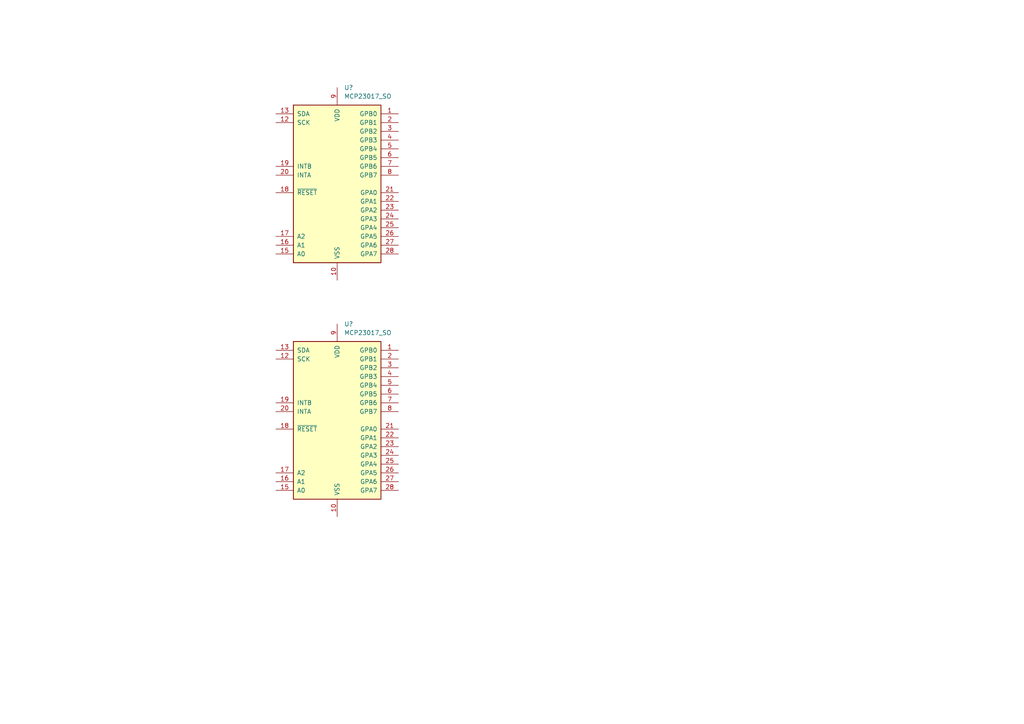
<source format=kicad_sch>
(kicad_sch (version 20211123) (generator eeschema)
  (paper "A4")
  (lib_symbols
    (symbol "Interface_Expansion:MCP23017_SO" (pin_names (offset 1.016))
      (property "Reference" "U" (at -11.43 24.13 0))
      (property "Value" "MCP23017_SO" (at 0 0 0))
      (symbol "MCP23017_SO_0_1"
        (rectangle (start -12.7 22.86) (end 12.7 -22.86) (stroke (width 0.254)) (fill (type background)))
      )
      (symbol "MCP23017_SO_1_1"
        (pin bidirectional line (at 17.78 20.32 180) (length 5.08) (name "GPB0") (number "1"))
        (pin power_in line (at 0 -27.94 90) (length 5.08) (name "VSS") (number "10"))
        (pin no_connect line (at -12.7 15.24 0) (length 5.08) hide (name "NC") (number "11"))
        (pin input line (at -17.78 17.78 0) (length 5.08) (name "SCK") (number "12"))
        (pin bidirectional line (at -17.78 20.32 0) (length 5.08) (name "SDA") (number "13"))
        (pin no_connect line (at -12.7 12.7 0) (length 5.08) hide (name "NC") (number "14"))
        (pin input line (at -17.78 -20.32 0) (length 5.08) (name "A0") (number "15"))
        (pin input line (at -17.78 -17.78 0) (length 5.08) (name "A1") (number "16"))
        (pin input line (at -17.78 -15.24 0) (length 5.08) (name "A2") (number "17"))
        (pin input line (at -17.78 -2.54 0) (length 5.08) (name "~{RESET}") (number "18"))
        (pin tri_state line (at -17.78 5.08 0) (length 5.08) (name "INTB") (number "19"))
        (pin bidirectional line (at 17.78 17.78 180) (length 5.08) (name "GPB1") (number "2"))
        (pin tri_state line (at -17.78 2.54 0) (length 5.08) (name "INTA") (number "20"))
        (pin bidirectional line (at 17.78 -2.54 180) (length 5.08) (name "GPA0") (number "21"))
        (pin bidirectional line (at 17.78 -5.08 180) (length 5.08) (name "GPA1") (number "22"))
        (pin bidirectional line (at 17.78 -7.62 180) (length 5.08) (name "GPA2") (number "23"))
        (pin bidirectional line (at 17.78 -10.16 180) (length 5.08) (name "GPA3") (number "24"))
        (pin bidirectional line (at 17.78 -12.7 180) (length 5.08) (name "GPA4") (number "25"))
        (pin bidirectional line (at 17.78 -15.24 180) (length 5.08) (name "GPA5") (number "26"))
        (pin bidirectional line (at 17.78 -17.78 180) (length 5.08) (name "GPA6") (number "27"))
        (pin bidirectional line (at 17.78 -20.32 180) (length 5.08) (name "GPA7") (number "28"))
        (pin bidirectional line (at 17.78 15.24 180) (length 5.08) (name "GPB2") (number "3"))
        (pin bidirectional line (at 17.78 12.7 180) (length 5.08) (name "GPB3") (number "4"))
        (pin bidirectional line (at 17.78 10.16 180) (length 5.08) (name "GPB4") (number "5"))
        (pin bidirectional line (at 17.78 7.62 180) (length 5.08) (name "GPB5") (number "6"))
        (pin bidirectional line (at 17.78 5.08 180) (length 5.08) (name "GPB6") (number "7"))
        (pin bidirectional line (at 17.78 2.54 180) (length 5.08) (name "GPB7") (number "8"))
        (pin power_in line (at 0 27.94 270) (length 5.08) (name "VDD") (number "9"))
      )
    )
  )
  (symbol (lib_id "Interface_Expansion:MCP23017_SO") (at 97.79 53.34 0) (unit 1)
    (property "Reference" "U?" (at 99.8094 25.4 0) (effects (justify left)))
    (property "Value" "MCP23017_SO" (at 99.8094 27.94 0) (effects (justify left)))
    (property "Footprint" "Package_SO:SOIC-28W_7.5x17.9mm_P1.27mm" (effects hide))
    (property "Datasheet" "http://ww1.microchip.com/downloads/en/DeviceDoc/20001952C.pdf" (effects hide))
  )
  (symbol (lib_id "Interface_Expansion:MCP23017_SO") (at 97.79 121.92 0) (unit 1)
    (property "Reference" "U?" (at 99.8094 93.98 0) (effects (justify left)))
    (property "Value" "MCP23017_SO" (at 99.8094 96.52 0) (effects (justify left)))
    (property "Footprint" "Package_SO:SOIC-28W_7.5x17.9mm_P1.27mm" (effects hide))
    (property "Datasheet" "http://ww1.microchip.com/downloads/en/DeviceDoc/20001952C.pdf" (effects hide))
  )
)
</source>
